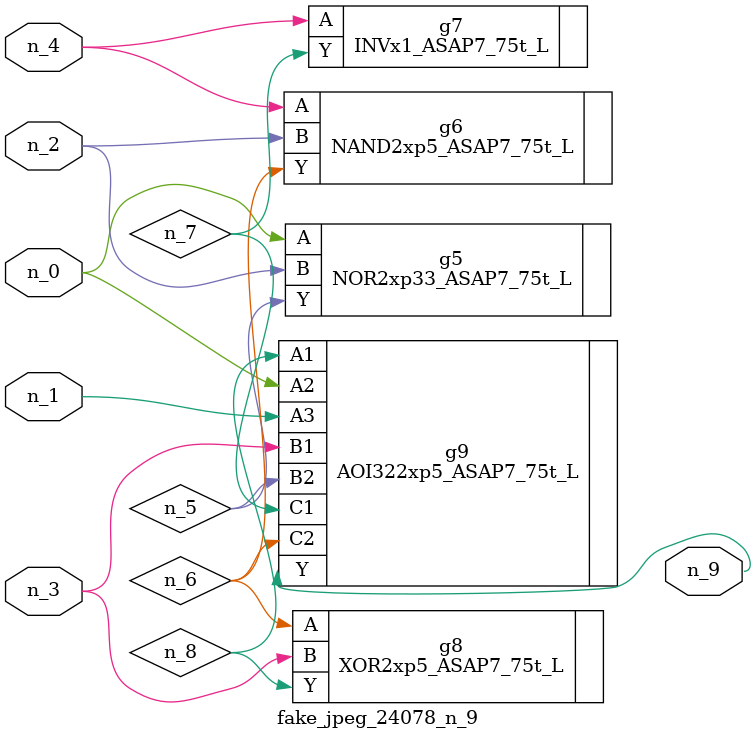
<source format=v>
module fake_jpeg_24078_n_9 (n_3, n_2, n_1, n_0, n_4, n_9);

input n_3;
input n_2;
input n_1;
input n_0;
input n_4;

output n_9;

wire n_8;
wire n_6;
wire n_5;
wire n_7;

NOR2xp33_ASAP7_75t_L g5 ( 
.A(n_0),
.B(n_2),
.Y(n_5)
);

NAND2xp5_ASAP7_75t_L g6 ( 
.A(n_4),
.B(n_2),
.Y(n_6)
);

INVx1_ASAP7_75t_L g7 ( 
.A(n_4),
.Y(n_7)
);

XOR2xp5_ASAP7_75t_L g8 ( 
.A(n_6),
.B(n_3),
.Y(n_8)
);

AOI322xp5_ASAP7_75t_L g9 ( 
.A1(n_8),
.A2(n_0),
.A3(n_1),
.B1(n_3),
.B2(n_5),
.C1(n_7),
.C2(n_6),
.Y(n_9)
);


endmodule
</source>
